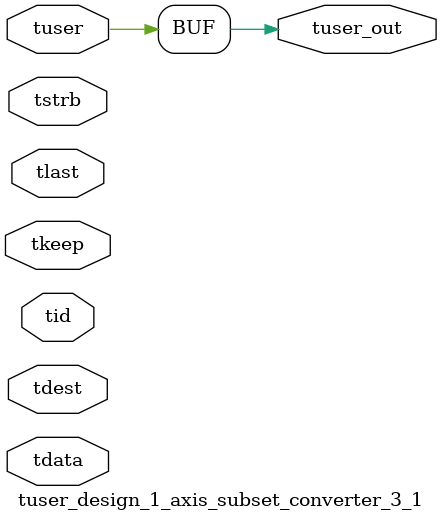
<source format=v>


`timescale 1ps/1ps

module tuser_design_1_axis_subset_converter_3_1 #
(
parameter C_S_AXIS_TUSER_WIDTH = 1,
parameter C_S_AXIS_TDATA_WIDTH = 32,
parameter C_S_AXIS_TID_WIDTH   = 0,
parameter C_S_AXIS_TDEST_WIDTH = 0,
parameter C_M_AXIS_TUSER_WIDTH = 1
)
(
input  [(C_S_AXIS_TUSER_WIDTH == 0 ? 1 : C_S_AXIS_TUSER_WIDTH)-1:0     ] tuser,
input  [(C_S_AXIS_TDATA_WIDTH == 0 ? 1 : C_S_AXIS_TDATA_WIDTH)-1:0     ] tdata,
input  [(C_S_AXIS_TID_WIDTH   == 0 ? 1 : C_S_AXIS_TID_WIDTH)-1:0       ] tid,
input  [(C_S_AXIS_TDEST_WIDTH == 0 ? 1 : C_S_AXIS_TDEST_WIDTH)-1:0     ] tdest,
input  [(C_S_AXIS_TDATA_WIDTH/8)-1:0 ] tkeep,
input  [(C_S_AXIS_TDATA_WIDTH/8)-1:0 ] tstrb,
input                                                                    tlast,
output [C_M_AXIS_TUSER_WIDTH-1:0] tuser_out
);

assign tuser_out = {tuser[0:0]};

endmodule


</source>
